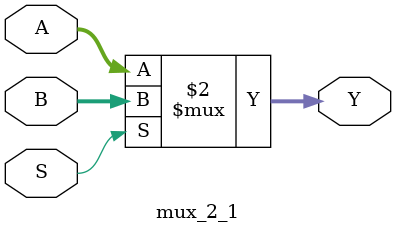
<source format=v>
`timescale 1ns / 1ps
module mux_2_1(
A,B,S,Y
    );
    input [31:0] A,B;
    input S;
    output [31:0] Y;
    assign Y = (S==1'b1)?B:A;
endmodule

</source>
